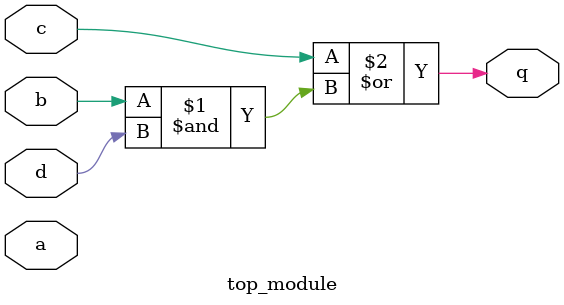
<source format=sv>
module top_module (
    input a, 
    input b, 
    input c, 
    input d,
    output q
);
    assign q = c | (b & d);
endmodule

</source>
